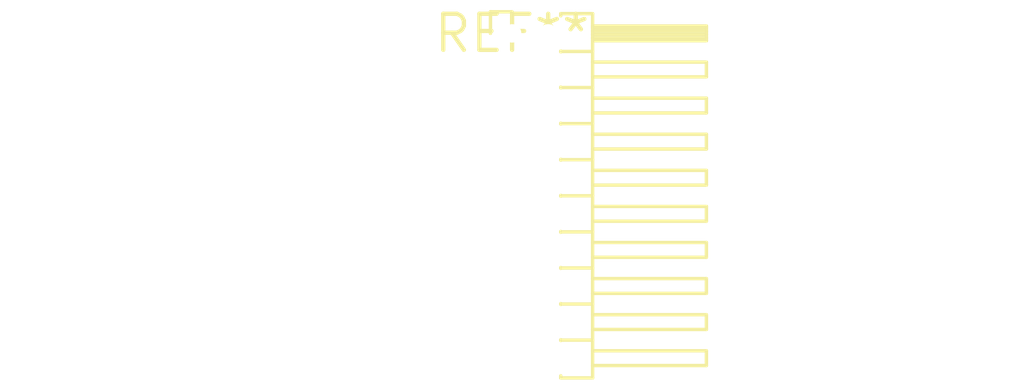
<source format=kicad_pcb>
(kicad_pcb (version 20240108) (generator pcbnew)
  (layers (0 "F.Cu" signal) (31 "B.Cu" signal) (34 "B.Paste" user) (35 "F.Paste" user) (36 "B.SilkS" user "B.Silkscreen") (37 "F.SilkS" user "F.Silkscreen") (38 "B.Mask" user) (39 "F.Mask" user) (44 "Edge.Cuts" user))
  (net 0 "")
  (footprint "PinHeader_2x10_P1.27mm_Horizontal" (layer "F.Cu") (at 0 0)
    (property "Reference" "REF**")
    (property "Value" "PinHeader_2x10_P1.27mm_Horizontal")
    (fp_line (start -0.76 -0.76) (end 0 -0.76) (layer "F.SilkS") (stroke (width 0.12)))
    (fp_line (start -0.76 0) (end -0.76 -0.76) (layer "F.SilkS") (stroke (width 0.12)))
    (fp_line (start 1.71 -0.695) (end 2.83 -0.695) (layer "F.SilkS") (stroke (width 0.12)))
    (fp_line (start 1.71 -0.619677) (end 1.71 -0.695) (layer "F.SilkS") (stroke (width 0.12)))
    (fp_line (start 1.71 0.619677) (end 1.71 0.650323) (layer "F.SilkS") (stroke (width 0.12)))
    (fp_line (start 1.71 0.635) (end 2.83 0.635) (layer "F.SilkS") (stroke (width 0.12)))
    (fp_line (start 1.71 1.889677) (end 1.71 1.920323) (layer "F.SilkS") (stroke (width 0.12)))
    (fp_line (start 1.71 1.905) (end 2.83 1.905) (layer "F.SilkS") (stroke (width 0.12)))
    (fp_line (start 1.71 3.159677) (end 1.71 3.190323) (layer "F.SilkS") (stroke (width 0.12)))
    (fp_line (start 1.71 3.175) (end 2.83 3.175) (layer "F.SilkS") (stroke (width 0.12)))
    (fp_line (start 1.71 4.429677) (end 1.71 4.460323) (layer "F.SilkS") (stroke (width 0.12)))
    (fp_line (start 1.71 4.445) (end 2.83 4.445) (layer "F.SilkS") (stroke (width 0.12)))
    (fp_line (start 1.71 5.699677) (end 1.71 5.730323) (layer "F.SilkS") (stroke (width 0.12)))
    (fp_line (start 1.71 5.715) (end 2.83 5.715) (layer "F.SilkS") (stroke (width 0.12)))
    (fp_line (start 1.71 6.969677) (end 1.71 7.000323) (layer "F.SilkS") (stroke (width 0.12)))
    (fp_line (start 1.71 6.985) (end 2.83 6.985) (layer "F.SilkS") (stroke (width 0.12)))
    (fp_line (start 1.71 8.239677) (end 1.71 8.270323) (layer "F.SilkS") (stroke (width 0.12)))
    (fp_line (start 1.71 8.255) (end 2.83 8.255) (layer "F.SilkS") (stroke (width 0.12)))
    (fp_line (start 1.71 9.509677) (end 1.71 9.540323) (layer "F.SilkS") (stroke (width 0.12)))
    (fp_line (start 1.71 9.525) (end 2.83 9.525) (layer "F.SilkS") (stroke (width 0.12)))
    (fp_line (start 1.71 10.779677) (end 1.71 10.810323) (layer "F.SilkS") (stroke (width 0.12)))
    (fp_line (start 1.71 10.795) (end 2.83 10.795) (layer "F.SilkS") (stroke (width 0.12)))
    (fp_line (start 1.71 12.125) (end 1.71 12.049677) (layer "F.SilkS") (stroke (width 0.12)))
    (fp_line (start 2.83 -0.695) (end 2.83 12.125) (layer "F.SilkS") (stroke (width 0.12)))
    (fp_line (start 2.83 -0.26) (end 6.83 -0.26) (layer "F.SilkS") (stroke (width 0.12)))
    (fp_line (start 2.83 -0.2) (end 6.83 -0.2) (layer "F.SilkS") (stroke (width 0.12)))
    (fp_line (start 2.83 -0.08) (end 6.83 -0.08) (layer "F.SilkS") (stroke (width 0.12)))
    (fp_line (start 2.83 0.04) (end 6.83 0.04) (layer "F.SilkS") (stroke (width 0.12)))
    (fp_line (start 2.83 0.16) (end 6.83 0.16) (layer "F.SilkS") (stroke (width 0.12)))
    (fp_line (start 2.83 1.01) (end 6.83 1.01) (layer "F.SilkS") (stroke (width 0.12)))
    (fp_line (start 2.83 2.28) (end 6.83 2.28) (layer "F.SilkS") (stroke (width 0.12)))
    (fp_line (start 2.83 3.55) (end 6.83 3.55) (layer "F.SilkS") (stroke (width 0.12)))
    (fp_line (start 2.83 4.82) (end 6.83 4.82) (layer "F.SilkS") (stroke (width 0.12)))
    (fp_line (start 2.83 6.09) (end 6.83 6.09) (layer "F.SilkS") (stroke (width 0.12)))
    (fp_line (start 2.83 7.36) (end 6.83 7.36) (layer "F.SilkS") (stroke (width 0.12)))
    (fp_line (start 2.83 8.63) (end 6.83 8.63) (layer "F.SilkS") (stroke (width 0.12)))
    (fp_line (start 2.83 9.9) (end 6.83 9.9) (layer "F.SilkS") (stroke (width 0.12)))
    (fp_line (start 2.83 11.17) (end 6.83 11.17) (layer "F.SilkS") (stroke (width 0.12)))
    (fp_line (start 2.83 12.125) (end 1.71 12.125) (layer "F.SilkS") (stroke (width 0.12)))
    (fp_line (start 6.83 -0.26) (end 6.83 0.26) (layer "F.SilkS") (stroke (width 0.12)))
    (fp_line (start 6.83 0.26) (end 2.83 0.26) (layer "F.SilkS") (stroke (width 0.12)))
    (fp_line (start 6.83 1.01) (end 6.83 1.53) (layer "F.SilkS") (stroke (width 0.12)))
    (fp_line (start 6.83 1.53) (end 2.83 1.53) (layer "F.SilkS") (stroke (width 0.12)))
    (fp_line (start 6.83 2.28) (end 6.83 2.8) (layer "F.SilkS") (stroke (width 0.12)))
    (fp_line (start 6.83 2.8) (end 2.83 2.8) (layer "F.SilkS") (stroke (width 0.12)))
    (fp_line (start 6.83 3.55) (end 6.83 4.07) (layer "F.SilkS") (stroke (width 0.12)))
    (fp_line (start 6.83 4.07) (end 2.83 4.07) (layer "F.SilkS") (stroke (width 0.12)))
    (fp_line (start 6.83 4.82) (end 6.83 5.34) (layer "F.SilkS") (stroke (width 0.12)))
    (fp_line (start 6.83 5.34) (end 2.83 5.34) (layer "F.SilkS") (stroke (width 0.12)))
    (fp_line (start 6.83 6.09) (end 6.83 6.61) (layer "F.SilkS") (stroke (width 0.12)))
    (fp_line (start 6.83 6.61) (end 2.83 6.61) (layer "F.SilkS") (stroke (width 0.12)))
    (fp_line (start 6.83 7.36) (end 6.83 7.88) (layer "F.SilkS") (stroke (width 0.12)))
    (fp_line (start 6.83 7.88) (end 2.83 7.88) (layer "F.SilkS") (stroke (width 0.12)))
    (fp_line (start 6.83 8.63) (end 6.83 9.15) (layer "F.SilkS") (stroke (width 0.12)))
    (fp_line (start 6.83 9.15) (end 2.83 9.15) (layer "F.SilkS") (stroke (width 0.12)))
    (fp_line (start 6.83 9.9) (end 6.83 10.42) (layer "F.SilkS") (stroke (width 0.12)))
    (fp_line (start 6.83 10.42) (end 2.83 10.42) (layer "F.SilkS") (stroke (width 0.12)))
    (fp_line (start 6.83 11.17) (end 6.83 11.69) (layer "F.SilkS") (stroke (width 0.12)))
    (fp_line (start 6.83 11.69) (end 2.83 11.69) (layer "F.SilkS") (stroke (width 0.12)))
    (pad "1" thru_hole rect (at 0 0) (size 1 1) (drill 0.65) (layers *.Cu *.Mask) (remove_unused_layers))
    (pad "2" thru_hole oval (at 1.27 0) (size 1 1) (drill 0.65) (layers *.Cu *.Mask) (remove_unused_layers))
    (pad "3" thru_hole oval (at 0 1.27) (size 1 1) (drill 0.65) (layers *.Cu *.Mask) (remove_unused_layers))
    (pad "4" thru_hole oval (at 1.27 1.27) (size 1 1) (drill 0.65) (layers *.Cu *.Mask) (remove_unused_layers))
    (pad "5" thru_hole oval (at 0 2.54) (size 1 1) (drill 0.65) (layers *.Cu *.Mask) (remove_unused_layers))
    (pad "6" thru_hole oval (at 1.27 2.54) (size 1 1) (drill 0.65) (layers *.Cu *.Mask) (remove_unused_layers))
    (pad "7" thru_hole oval (at 0 3.81) (size 1 1) (drill 0.65) (layers *.Cu *.Mask) (remove_unused_layers))
    (pad "8" thru_hole oval (at 1.27 3.81) (size 1 1) (drill 0.65) (layers *.Cu *.Mask) (remove_unused_layers))
    (pad "9" thru_hole oval (at 0 5.08) (size 1 1) (drill 0.65) (layers *.Cu *.Mask) (remove_unused_layers))
    (pad "10" thru_hole oval (at 1.27 5.08) (size 1 1) (drill 0.65) (layers *.Cu *.Mask) (remove_unused_layers))
    (pad "11" thru_hole oval (at 0 6.35) (size 1 1) (drill 0.65) (layers *.Cu *.Mask) (remove_unused_layers))
    (pad "12" thru_hole oval (at 1.27 6.35) (size 1 1) (drill 0.65) (layers *.Cu *.Mask) (remove_unused_layers))
    (pad "13" thru_hole oval (at 0 7.62) (size 1 1) (drill 0.65) (layers *.Cu *.Mask) (remove_unused_layers))
    (pad "14" thru_hole oval (at 1.27 7.62) (size 1 1) (drill 0.65) (layers *.Cu *.Mask) (remove_unused_layers))
    (pad "15" thru_hole oval (at 0 8.89) (size 1 1) (drill 0.65) (layers *.Cu *.Mask) (remove_unused_layers))
    (pad "16" thru_hole oval (at 1.27 8.89) (size 1 1) (drill 0.65) (layers *.Cu *.Mask) (remove_unused_layers))
    (pad "17" thru_hole oval (at 0 10.16) (size 1 1) (drill 0.65) (layers *.Cu *.Mask) (remove_unused_layers))
    (pad "18" thru_hole oval (at 1.27 10.16) (size 1 1) (drill 0.65) (layers *.Cu *.Mask) (remove_unused_layers))
    (pad "19" thru_hole oval (at 0 11.43) (size 1 1) (drill 0.65) (layers *.Cu *.Mask) (remove_unused_layers))
    (pad "20" thru_hole oval (at 1.27 11.43) (size 1 1) (drill 0.65) (layers *.Cu *.Mask) (remove_unused_layers))
  )
)
</source>
